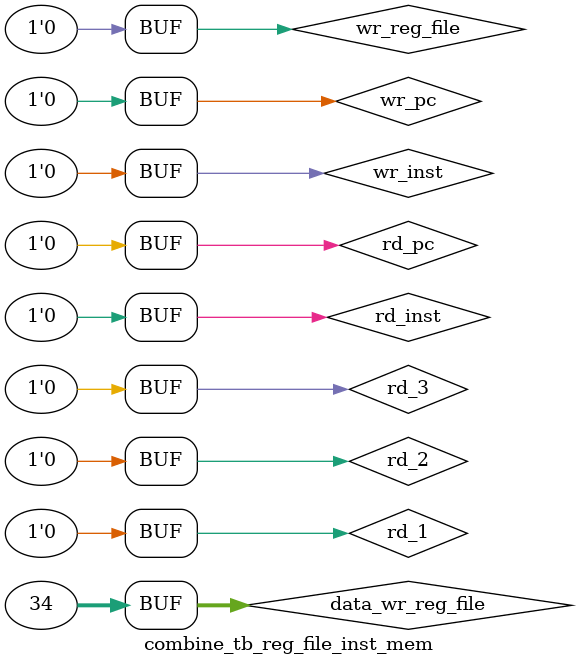
<source format=v>
module combine_tb_reg_file_inst_mem();
  
  reg rd_1,rd_2,rd_3,rd_pc,wr_reg_file,wr_pc,rd_inst,wr_inst;
  reg [31:0] data_wr_reg_file,pc_next,inst_wr_data;
  wire [31:0] reg_out1,reg_out2,reg_out3;
  
 // wire [3:0] src1,src2,src3,dest_reg_file;
  wire [31:0] pc_data,inst;
  
  instruction_memory inst_mem_1(.inst_address(pc_data),.inst_read(rd_inst),.inst_write(wr_inst),.inst_write_data(inst_wr_data),.inst_out(inst));
  
  register_32 reg_file(.read_1(rd_1),.read_2(rd_2),.read_3(rd_3),.read_pc(rd_pc),.write(wr_reg_file)
  ,.write_pc(wr_pc),.src1_add(inst[19:16]),.src2_add(inst[3:0]),.src3_add(inst[11:8])
  ,.dest_add(inst[15:12]),.data_write(data_wr_reg_file),.pc_next(pc_next),.pc_data(pc_data)
  ,.out_src1(reg_out1),.out_src2(reg_out2),.out_src3(reg_out3));
  
  initial
  begin
    rd_1=0;
    rd_2=0;
    rd_3=0;
    rd_pc=0;
    wr_reg_file=0;
    wr_pc=0;
    rd_inst=0;
    wr_inst=0;
    data_wr_reg_file=32'd34;
    
    #2rd_pc=1;
    #2rd_pc=0;
      rd_inst=1;
      
    #2rd_inst=0;
      rd_1=1;
      rd_2=1;
      
    #2rd_1=0;
      rd_2=0;
      
  end
  
endmodule
      
</source>
